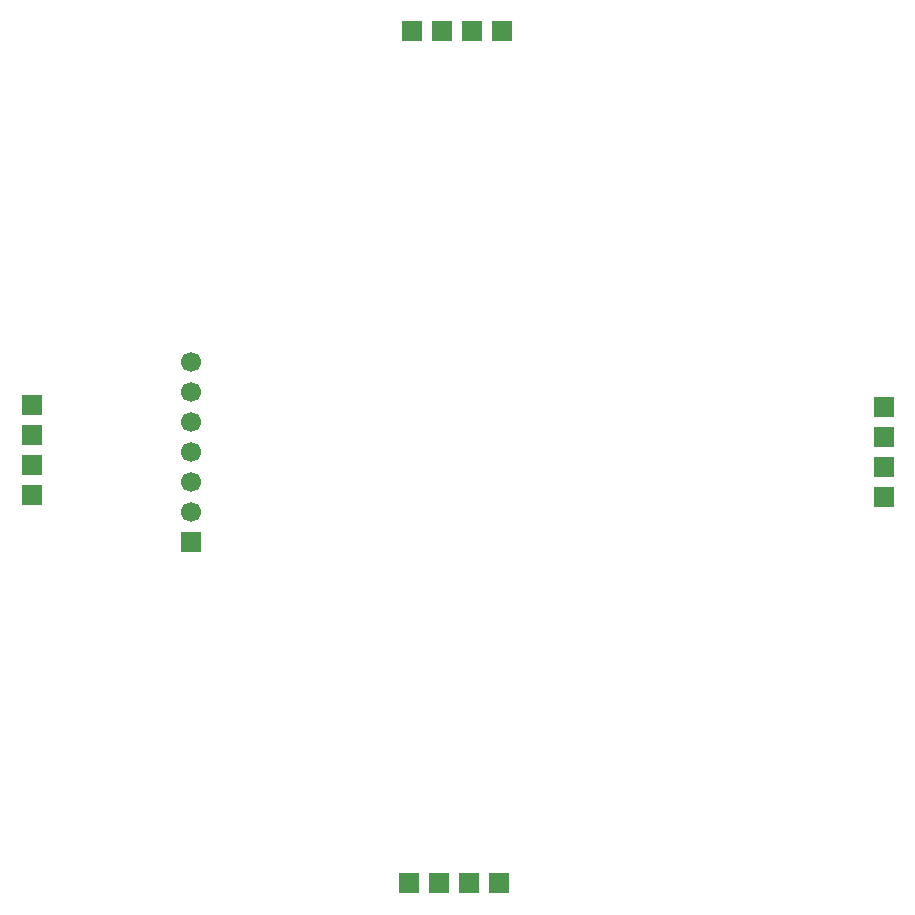
<source format=gbr>
%TF.GenerationSoftware,KiCad,Pcbnew,9.0.6*%
%TF.CreationDate,2025-12-14T11:47:41+00:00*%
%TF.ProjectId,cheetoTile,63686565-746f-4546-996c-652e6b696361,rev?*%
%TF.SameCoordinates,Original*%
%TF.FileFunction,Soldermask,Bot*%
%TF.FilePolarity,Negative*%
%FSLAX46Y46*%
G04 Gerber Fmt 4.6, Leading zero omitted, Abs format (unit mm)*
G04 Created by KiCad (PCBNEW 9.0.6) date 2025-12-14 11:47:41*
%MOMM*%
%LPD*%
G01*
G04 APERTURE LIST*
%ADD10R,1.700000X1.700000*%
%ADD11C,1.700000*%
G04 APERTURE END LIST*
D10*
%TO.C,J4*%
X196540000Y-104000000D03*
X194000000Y-104000000D03*
X191460000Y-104000000D03*
X188920000Y-104000000D03*
%TD*%
%TO.C,J1*%
X157000000Y-71120000D03*
X157000000Y-68580000D03*
X157000000Y-66040000D03*
X157000000Y-63500000D03*
%TD*%
%TO.C,J5*%
X170500000Y-75120000D03*
D11*
X170500000Y-72580000D03*
X170500000Y-70040000D03*
X170500000Y-67500000D03*
X170500000Y-64960000D03*
X170500000Y-62420000D03*
X170500000Y-59880000D03*
%TD*%
D10*
%TO.C,J3*%
X229115000Y-63690000D03*
X229115000Y-66230000D03*
X229115000Y-68770000D03*
X229115000Y-71310000D03*
%TD*%
%TO.C,J2*%
X189170000Y-31885000D03*
X191710000Y-31885000D03*
X194250000Y-31885000D03*
X196790000Y-31885000D03*
%TD*%
M02*

</source>
